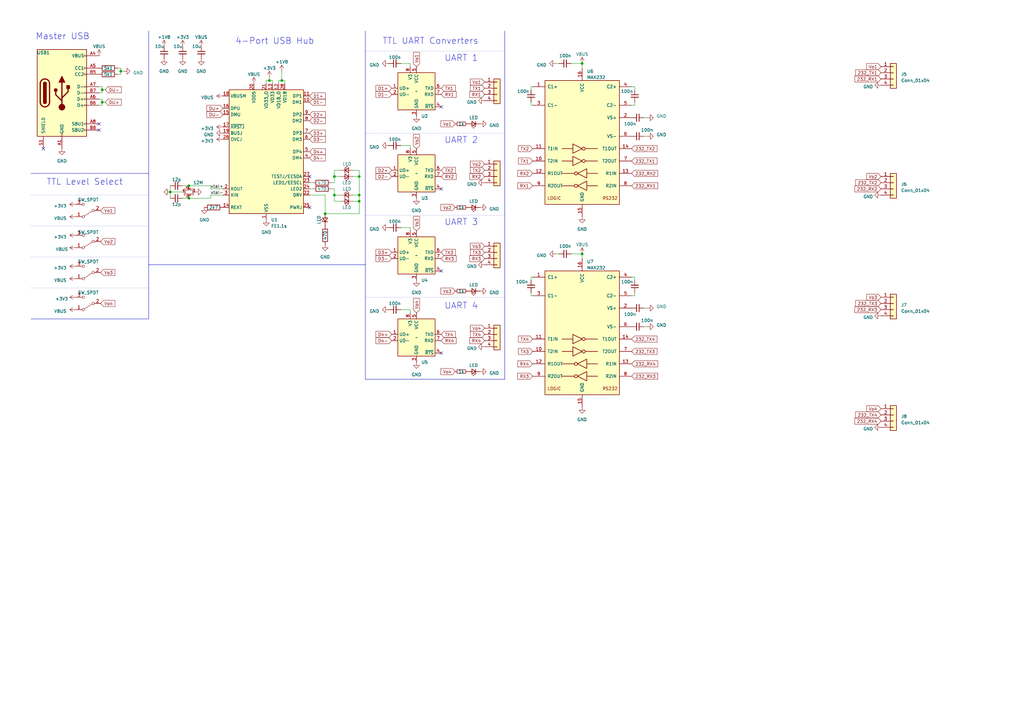
<source format=kicad_sch>
(kicad_sch (version 20230121) (generator eeschema)
  (paper "A3")
  (lib_symbols
    (symbol "Connector:USB_C_Receptacle_USB2.0" (pin_names (offset 1.016))
      (property "Reference" "J" (at -10.16 19.05 0))
      (property "Value" "USB_C_Receptacle_USB2.0" (at 19.05 19.05 0))
      (symbol "USB_C_Receptacle_USB2.0_1_1"
        (pin passive line (at 0 -22.86 90) (length 5.08) (name "GND") (number "A1"))
        (pin passive line (at 0 -22.86 90) (length 5.08) hide (name "GND") (number "A12"))
        (pin passive line (at 15.24 15.24 180) (length 5.08) (name "VBUS") (number "A4"))
        (pin bidirectional line (at 15.24 10.16 180) (length 5.08) (name "CC1") (number "A5"))
        (pin bidirectional line (at 15.24 -2.54 180) (length 5.08) (name "D+") (number "A6"))
        (pin bidirectional line (at 15.24 2.54 180) (length 5.08) (name "D-") (number "A7"))
        (pin bidirectional line (at 15.24 -12.7 180) (length 5.08) (name "SBU1") (number "A8"))
        (pin passive line (at 15.24 15.24 180) (length 5.08) hide (name "VBUS") (number "A9"))
        (pin passive line (at 0 -22.86 90) (length 5.08) hide (name "GND") (number "B1"))
        (pin passive line (at 0 -22.86 90) (length 5.08) hide (name "GND") (number "B12"))
        (pin passive line (at 15.24 15.24 180) (length 5.08) hide (name "VBUS") (number "B4"))
        (pin bidirectional line (at 15.24 7.62 180) (length 5.08) (name "CC2") (number "B5"))
        (pin bidirectional line (at 15.24 -5.08 180) (length 5.08) (name "D+") (number "B6"))
        (pin bidirectional line (at 15.24 0 180) (length 5.08) (name "D-") (number "B7"))
        (pin bidirectional line (at 15.24 -15.24 180) (length 5.08) (name "SBU2") (number "B8"))
        (pin passive line (at 15.24 15.24 180) (length 5.08) hide (name "VBUS") (number "B9"))
        (pin passive line (at -7.62 -22.86 90) (length 5.08) (name "SHIELD") (number "S1"))
      )
    )
    (symbol "Connector_Generic:Conn_01x04" (pin_names (offset 1.016) hide)
      (property "Reference" "J" (at 0 5.08 0))
      (property "Value" "Conn_01x04" (at 0 -7.62 0))
      (symbol "Conn_01x04_1_1"
        (pin passive line (at -5.08 2.54 0) (length 3.81) (name "Pin_1") (number "1"))
        (pin passive line (at -5.08 0 0) (length 3.81) (name "Pin_2") (number "2"))
        (pin passive line (at -5.08 -2.54 0) (length 3.81) (name "Pin_3") (number "3"))
        (pin passive line (at -5.08 -5.08 0) (length 3.81) (name "Pin_4") (number "4"))
      )
    )
    (symbol "Device:C_Small" (pin_numbers hide) (pin_names (offset 0.254) hide)
      (property "Reference" "C" (at 0.254 1.778 0))
      (property "Value" "C_Small" (at 0.254 -2.032 0))
      (symbol "C_Small_1_1"
        (pin passive line (at 0 2.54 270) (length 2.032) (name "~") (number "1"))
        (pin passive line (at 0 -2.54 90) (length 2.032) (name "~") (number "2"))
      )
    )
    (symbol "Device:Crystal_GND24_Small" (pin_names (offset 1.016) hide)
      (property "Reference" "Y" (at 1.27 4.445 0))
      (property "Value" "Crystal_GND24_Small" (at 1.27 2.54 0))
      (symbol "Crystal_GND24_Small_1_1"
        (pin passive line (at -2.54 0 0) (length 1.27) (name "1") (number "1"))
        (pin passive line (at 0 -2.54 90) (length 0.635) (name "2") (number "2"))
        (pin passive line (at 2.54 0 180) (length 1.27) (name "3") (number "3"))
        (pin passive line (at 0 2.54 270) (length 0.635) (name "4") (number "4"))
      )
    )
    (symbol "Device:LED_Small" (pin_numbers hide) (pin_names (offset 0.254) hide)
      (property "Reference" "D" (at -1.27 3.175 0))
      (property "Value" "LED_Small" (at -4.445 -2.54 0))
      (symbol "LED_Small_1_1"
        (pin passive line (at -2.54 0 0) (length 1.778) (name "K") (number "1"))
        (pin passive line (at 2.54 0 180) (length 1.778) (name "A") (number "2"))
      )
    )
    (symbol "Device:R" (pin_numbers hide) (pin_names (offset 0))
      (property "Reference" "R" (at 2.032 0 90))
      (property "Value" "R" (at 0 0 90))
      (symbol "R_1_1"
        (pin passive line (at 0 3.81 270) (length 1.27) (name "~") (number "1"))
        (pin passive line (at 0 -3.81 90) (length 1.27) (name "~") (number "2"))
      )
    )
    (symbol "Device:R_Small" (pin_numbers hide) (pin_names (offset 0.254) hide)
      (property "Reference" "R" (at 0.762 0.508 0))
      (property "Value" "R_Small" (at 0.762 -1.016 0))
      (symbol "R_Small_1_1"
        (pin passive line (at 0 2.54 270) (length 0.762) (name "~") (number "1"))
        (pin passive line (at 0 -2.54 90) (length 0.762) (name "~") (number "2"))
      )
    )
    (symbol "Interface_UART:MAX232" (pin_names (offset 1.016))
      (property "Reference" "U" (at -2.54 28.575 0))
      (property "Value" "MAX232" (at -2.54 26.67 0))
      (symbol "MAX232_0_0"
        (text "LOGIC" (at -11.43 -22.86 0) (effects (font (size 1.27 1.27))))
        (text "RS232" (at 11.43 -22.86 0) (effects (font (size 1.27 1.27))))
      )
      (symbol "MAX232_1_1"
        (pin passive line (at -20.32 22.86 0) (length 5.08) (name "C1+") (number "1"))
        (pin input line (at -20.32 -7.62 0) (length 5.08) (name "T2IN") (number "10"))
        (pin input line (at -20.32 -2.54 0) (length 5.08) (name "T1IN") (number "11"))
        (pin output line (at -20.32 -12.7 0) (length 5.08) (name "R1OUT") (number "12"))
        (pin input line (at 20.32 -12.7 180) (length 5.08) (name "R1IN") (number "13"))
        (pin output line (at 20.32 -2.54 180) (length 5.08) (name "T1OUT") (number "14"))
        (pin power_in line (at 0 -30.48 90) (length 5.08) (name "GND") (number "15"))
        (pin power_in line (at 0 30.48 270) (length 5.08) (name "VCC") (number "16"))
        (pin power_out line (at 20.32 10.16 180) (length 5.08) (name "VS+") (number "2"))
        (pin passive line (at -20.32 15.24 0) (length 5.08) (name "C1-") (number "3"))
        (pin passive line (at 20.32 22.86 180) (length 5.08) (name "C2+") (number "4"))
        (pin passive line (at 20.32 15.24 180) (length 5.08) (name "C2-") (number "5"))
        (pin power_out line (at 20.32 2.54 180) (length 5.08) (name "VS-") (number "6"))
        (pin output line (at 20.32 -7.62 180) (length 5.08) (name "T2OUT") (number "7"))
        (pin input line (at 20.32 -17.78 180) (length 5.08) (name "R2IN") (number "8"))
        (pin output line (at -20.32 -17.78 0) (length 5.08) (name "R2OUT") (number "9"))
      )
    )
    (symbol "Interface_USB:FE1.1s"
      (property "Reference" "U" (at -11.43 26.67 0))
      (property "Value" "FE1.1s" (at 12.7 27.94 0))
      (symbol "FE1.1s_1_1"
        (pin power_in line (at 0 -27.94 90) (length 2.54) (name "VSS") (number "1"))
        (pin bidirectional line (at 17.78 20.32 180) (length 2.54) (name "DM1") (number "10"))
        (pin bidirectional line (at 17.78 22.86 180) (length 2.54) (name "DP1") (number "11"))
        (pin power_out line (at 5.08 27.94 270) (length 2.54) (name "VD18_O") (number "12"))
        (pin power_in line (at 2.54 27.94 270) (length 2.54) (name "VD33") (number "13"))
        (pin passive line (at -17.78 -22.86 0) (length 2.54) (name "REXT") (number "14"))
        (pin bidirectional line (at -17.78 15.24 0) (length 2.54) (name "DMU") (number "15"))
        (pin bidirectional line (at -17.78 17.78 0) (length 2.54) (name "DPU") (number "16"))
        (pin input line (at -17.78 10.16 0) (length 2.54) (name "~{XRSTJ}") (number "17"))
        (pin input line (at -17.78 22.86 0) (length 2.54) (name "VBUSM") (number "18"))
        (pin input line (at -17.78 7.62 0) (length 2.54) (name "BUSJ") (number "19"))
        (pin output line (at -17.78 -15.24 0) (length 2.54) (name "XOUT") (number "2"))
        (pin power_in line (at -5.08 27.94 270) (length 2.54) (name "VDD5") (number "20"))
        (pin power_out line (at 0 27.94 270) (length 2.54) (name "VD33_O") (number "21"))
        (pin bidirectional line (at 17.78 -17.78 180) (length 2.54) (name "DRV") (number "22"))
        (pin bidirectional line (at 17.78 -12.7 180) (length 2.54) (name "LED1/EESCL") (number "23"))
        (pin bidirectional line (at 17.78 -15.24 180) (length 2.54) (name "LED2") (number "24"))
        (pin output line (at 17.78 -22.86 180) (length 2.54) (name "PWRJ") (number "25"))
        (pin input line (at -17.78 5.08 0) (length 2.54) (name "OVCJ") (number "26"))
        (pin bidirectional line (at 17.78 -10.16 180) (length 2.54) (name "TESTJ/EESDA") (number "27"))
        (pin power_in line (at 7.62 27.94 270) (length 2.54) (name "VD18") (number "28"))
        (pin input line (at -17.78 -17.78 0) (length 2.54) (name "XIN") (number "3"))
        (pin bidirectional line (at 17.78 -2.54 180) (length 2.54) (name "DM4") (number "4"))
        (pin bidirectional line (at 17.78 0 180) (length 2.54) (name "DP4") (number "5"))
        (pin bidirectional line (at 17.78 5.08 180) (length 2.54) (name "DM3") (number "6"))
        (pin bidirectional line (at 17.78 7.62 180) (length 2.54) (name "DP3") (number "7"))
        (pin bidirectional line (at 17.78 12.7 180) (length 2.54) (name "DM2") (number "8"))
        (pin bidirectional line (at 17.78 15.24 180) (length 2.54) (name "DP2") (number "9"))
      )
    )
    (symbol "Serial_Devices:CH340N"
      (property "Reference" "U" (at 0 0 0))
      (symbol "CH340N_1_1"
        (pin bidirectional line (at -10.16 1.27 0) (length 2.54) (name "UD+") (number "1"))
        (pin bidirectional line (at -10.16 -1.27 0) (length 2.54) (name "UD-") (number "2"))
        (pin power_in line (at 0 -10.16 90) (length 2.54) (name "GND") (number "3"))
        (pin output line (at 10.16 -6.35 180) (length 2.54) (name "~{RTS}") (number "4"))
        (pin power_in line (at 0 10.16 270) (length 2.54) (name "VCC") (number "5"))
        (pin output line (at 10.16 1.27 180) (length 2.54) (name "TXD") (number "6"))
        (pin input line (at 10.16 -1.27 180) (length 2.54) (name "RXD") (number "7"))
        (pin passive line (at -2.54 10.16 270) (length 2.54) (name "V3") (number "8"))
      )
    )
    (symbol "Switch:SW_SPDT" (pin_names (offset 0) hide)
      (property "Reference" "SW" (at 0 4.318 0))
      (property "Value" "SW_SPDT" (at 0 -5.08 0))
      (symbol "SW_SPDT_1_1"
        (pin passive line (at 5.08 2.54 180) (length 2.54) (name "A") (number "1"))
        (pin passive line (at -5.08 0 0) (length 2.54) (name "B") (number "2"))
        (pin passive line (at 5.08 -2.54 180) (length 2.54) (name "C") (number "3"))
      )
    )
    (symbol "power:+1V8" (power) (pin_names (offset 0))
      (property "Value" "+1V8" (at 0 3.556 0))
      (symbol "+1V8_1_1"
        (pin power_in line (at 0 0 90) (length 0) hide (name "+1V8") (number "1"))
      )
    )
    (symbol "power:+3V3" (power) (pin_names (offset 0))
      (property "Value" "+3V3" (at 0 3.556 0))
      (symbol "+3V3_1_1"
        (pin power_in line (at 0 0 90) (length 0) hide (name "+3V3") (number "1"))
      )
    )
    (symbol "power:GND" (power) (pin_names (offset 0))
      (property "Value" "GND" (at 0 -3.81 0))
      (symbol "GND_1_1"
        (pin power_in line (at 0 0 270) (length 0) hide (name "GND") (number "1"))
      )
    )
    (symbol "power:VBUS" (power) (pin_names (offset 0))
      (property "Value" "VBUS" (at 0 3.81 0))
      (symbol "VBUS_1_1"
        (pin power_in line (at 0 0 90) (length 0) hide (name "VBUS") (number "1"))
      )
    )
  )
  (junction (at 77.47 81.28))
  (junction (at 69.85 78.74))
  (junction (at 147.32 80.01))
  (junction (at 77.47 76.2))
  (junction (at 110.49 33.02))
  (junction (at 238.76 26.035))
  (junction (at 137.16 72.39))
  (junction (at 147.32 72.39))
  (junction (at 147.32 82.55))
  (junction (at 41.91 36.83))
  (junction (at 115.57 33.02))
  (junction (at 41.91 41.91))
  (junction (at 137.16 80.01))
  (junction (at 238.76 104.14))
  (junction (at 133.35 87.63))
  (junction (at 49.53 29.21))
  (no_connect (at 127 85.09))
  (no_connect (at 40.64 50.8))
  (no_connect (at 180.975 144.78))
  (no_connect (at 127 72.39))
  (no_connect (at 180.975 77.47))
  (no_connect (at 180.975 111.125))
  (no_connect (at 40.64 53.34))
  (no_connect (at 17.78 60.96))
  (no_connect (at 180.975 43.815))
  (wire (pts (xy 77.47 81.28) (xy 86.36 81.28)))
  (wire (pts (xy 127 74.93) (xy 128.27 74.93)))
  (wire (pts (xy 265.43 48.26) (xy 264.16 48.26)))
  (wire (pts (xy 144.78 69.85) (xy 147.32 69.85)))
  (wire (pts (xy 135.89 74.93) (xy 137.16 74.93)))
  (polyline (pts (xy 12.7 92.71) (xy 60.96 92.71)) (stroke (width 0) (type dot)))
  (wire (pts (xy 260.35 41.91) (xy 260.35 43.18)))
  (wire (pts (xy 41.91 41.91) (xy 41.91 43.18)))
  (wire (pts (xy 168.275 128.27) (xy 168.275 127)))
  (wire (pts (xy 168.275 59.69) (xy 164.465 59.69)))
  (polyline (pts (xy 149.86 88.265) (xy 207.01 88.265)) (stroke (width 0) (type dot)))
  (wire (pts (xy 137.16 72.39) (xy 139.7 72.39)))
  (wire (pts (xy 91.44 77.47) (xy 86.36 77.47)))
  (wire (pts (xy 40.64 35.56) (xy 41.91 35.56)))
  (wire (pts (xy 41.91 36.83) (xy 43.18 36.83)))
  (wire (pts (xy 137.16 80.01) (xy 137.16 82.55)))
  (wire (pts (xy 48.26 30.48) (xy 49.53 30.48)))
  (wire (pts (xy 137.16 69.85) (xy 139.7 69.85)))
  (wire (pts (xy 41.91 38.1) (xy 40.64 38.1)))
  (wire (pts (xy 265.43 126.365) (xy 264.16 126.365)))
  (polyline (pts (xy 149.86 121.92) (xy 207.01 121.92)) (stroke (width 0) (type dot)))
  (wire (pts (xy 41.91 40.64) (xy 41.91 41.91)))
  (wire (pts (xy 110.49 33.02) (xy 111.76 33.02)))
  (wire (pts (xy 86.36 77.47) (xy 86.36 76.2)))
  (wire (pts (xy 40.64 40.64) (xy 41.91 40.64)))
  (wire (pts (xy 135.89 77.47) (xy 137.16 77.47)))
  (wire (pts (xy 144.78 82.55) (xy 147.32 82.55)))
  (wire (pts (xy 115.57 33.02) (xy 116.84 33.02)))
  (wire (pts (xy 127 77.47) (xy 128.27 77.47)))
  (wire (pts (xy 114.3 33.02) (xy 115.57 33.02)))
  (polyline (pts (xy 12.7 71.12) (xy 60.96 71.12)))
  (polyline (pts (xy 60.96 108.585) (xy 149.86 108.585)))
  (wire (pts (xy 147.32 80.01) (xy 147.32 82.55)))
  (wire (pts (xy 265.43 55.88) (xy 264.16 55.88)))
  (wire (pts (xy 168.275 60.96) (xy 168.275 59.69)))
  (polyline (pts (xy 207.01 12.7) (xy 207.01 155.575)))
  (wire (pts (xy 137.16 72.39) (xy 137.16 69.85)))
  (wire (pts (xy 168.275 27.305) (xy 168.275 26.035)))
  (wire (pts (xy 86.36 76.2) (xy 77.47 76.2)))
  (wire (pts (xy 238.76 106.045) (xy 238.76 104.14)))
  (polyline (pts (xy 149.86 20.955) (xy 207.01 20.955)) (stroke (width 0) (type dot)))
  (wire (pts (xy 238.76 26.035) (xy 234.315 26.035)))
  (wire (pts (xy 110.49 31.75) (xy 110.49 33.02)))
  (wire (pts (xy 137.16 77.47) (xy 137.16 80.01)))
  (wire (pts (xy 238.76 104.14) (xy 234.315 104.14)))
  (wire (pts (xy 133.35 80.01) (xy 127 80.01)))
  (polyline (pts (xy 12.7 80.01) (xy 60.96 80.01)) (stroke (width 0) (type dot)))
  (wire (pts (xy 41.91 43.18) (xy 40.64 43.18)))
  (wire (pts (xy 86.36 81.28) (xy 86.36 80.01)))
  (wire (pts (xy 227.965 104.14) (xy 229.235 104.14)))
  (wire (pts (xy 69.85 78.74) (xy 69.85 81.28)))
  (wire (pts (xy 217.805 41.91) (xy 217.805 43.18)))
  (wire (pts (xy 69.85 76.2) (xy 69.85 78.74)))
  (wire (pts (xy 69.85 78.74) (xy 74.93 78.74)))
  (wire (pts (xy 49.53 27.94) (xy 49.53 29.21)))
  (wire (pts (xy 144.78 72.39) (xy 147.32 72.39)))
  (wire (pts (xy 168.275 26.035) (xy 164.465 26.035)))
  (wire (pts (xy 218.44 113.665) (xy 217.805 113.665)))
  (wire (pts (xy 227.965 26.035) (xy 229.235 26.035)))
  (wire (pts (xy 41.91 35.56) (xy 41.91 36.83)))
  (wire (pts (xy 109.22 33.02) (xy 110.49 33.02)))
  (wire (pts (xy 260.35 43.18) (xy 259.08 43.18)))
  (polyline (pts (xy 149.86 155.575) (xy 207.01 155.575)))
  (wire (pts (xy 217.805 35.56) (xy 218.44 35.56)))
  (wire (pts (xy 260.35 121.285) (xy 259.08 121.285)))
  (wire (pts (xy 218.44 121.285) (xy 217.805 121.285)))
  (wire (pts (xy 217.805 43.18) (xy 218.44 43.18)))
  (wire (pts (xy 115.57 29.21) (xy 115.57 33.02)))
  (polyline (pts (xy 60.96 71.12) (xy 60.96 108.585)))
  (wire (pts (xy 260.35 35.56) (xy 260.35 36.83)))
  (wire (pts (xy 260.35 120.015) (xy 260.35 121.285)))
  (polyline (pts (xy 149.86 54.61) (xy 207.01 54.61)) (stroke (width 0) (type dot)))
  (wire (pts (xy 49.53 30.48) (xy 49.53 29.21)))
  (wire (pts (xy 109.22 34.29) (xy 109.22 33.02)))
  (wire (pts (xy 238.76 27.94) (xy 238.76 26.035)))
  (polyline (pts (xy 60.96 108.585) (xy 60.96 130.81)))
  (wire (pts (xy 137.16 74.93) (xy 137.16 72.39)))
  (polyline (pts (xy 60.96 12.7) (xy 60.96 71.12)))
  (wire (pts (xy 133.35 87.63) (xy 133.35 80.01)))
  (wire (pts (xy 168.275 127) (xy 164.465 127)))
  (wire (pts (xy 260.35 113.665) (xy 260.35 114.935)))
  (polyline (pts (xy 12.7 105.41) (xy 60.96 105.41)) (stroke (width 0) (type dot)))
  (wire (pts (xy 147.32 72.39) (xy 147.32 80.01)))
  (polyline (pts (xy 149.86 108.585) (xy 149.86 155.575)))
  (wire (pts (xy 217.805 36.83) (xy 217.805 35.56)))
  (wire (pts (xy 114.3 34.29) (xy 114.3 33.02)))
  (wire (pts (xy 41.91 36.83) (xy 41.91 38.1)))
  (wire (pts (xy 74.93 76.2) (xy 77.47 76.2)))
  (wire (pts (xy 147.32 69.85) (xy 147.32 72.39)))
  (polyline (pts (xy 12.7 130.81) (xy 60.96 130.81)))
  (wire (pts (xy 137.16 80.01) (xy 139.7 80.01)))
  (wire (pts (xy 147.32 82.55) (xy 147.32 87.63)))
  (wire (pts (xy 144.78 80.01) (xy 147.32 80.01)))
  (wire (pts (xy 74.93 81.28) (xy 77.47 81.28)))
  (wire (pts (xy 86.36 80.01) (xy 91.44 80.01)))
  (wire (pts (xy 168.275 93.345) (xy 164.465 93.345)))
  (wire (pts (xy 217.805 121.285) (xy 217.805 120.015)))
  (polyline (pts (xy 149.86 12.7) (xy 149.86 108.585)))
  (wire (pts (xy 137.16 82.55) (xy 139.7 82.55)))
  (wire (pts (xy 217.805 113.665) (xy 217.805 114.935)))
  (wire (pts (xy 259.08 35.56) (xy 260.35 35.56)))
  (wire (pts (xy 49.53 29.21) (xy 50.8 29.21)))
  (wire (pts (xy 116.84 33.02) (xy 116.84 34.29)))
  (wire (pts (xy 48.26 27.94) (xy 49.53 27.94)))
  (wire (pts (xy 259.08 113.665) (xy 260.35 113.665)))
  (polyline (pts (xy 12.7 118.11) (xy 60.96 118.11)) (stroke (width 0) (type dot)))
  (wire (pts (xy 41.91 41.91) (xy 43.18 41.91)))
  (wire (pts (xy 168.275 94.615) (xy 168.275 93.345)))
  (wire (pts (xy 147.32 87.63) (xy 133.35 87.63)))
  (wire (pts (xy 111.76 33.02) (xy 111.76 34.29)))
  (wire (pts (xy 265.43 133.985) (xy 264.16 133.985)))
  (text "UART 4" (at 182.245 127 0) (effects (font (size 2.54 2.54)) (justify left bottom)))
  (text "TTL UART Converters" (at 156.845 18.415 0) (effects (font (size 2.54 2.54)) (justify left bottom)))
  (text "UART 1" (at 182.245 25.4 0) (effects (font (size 2.54 2.54)) (justify left bottom)))
  (text "4-Port USB Hub" (at 96.52 18.415 0) (effects (font (size 2.54 2.54)) (justify left bottom)))
  (text "Master USB" (at 14.605 16.51 0) (effects (font (size 2.54 2.54)) (justify left bottom)))
  (text "UART 3" (at 182.245 92.71 0) (effects (font (size 2.54 2.54)) (justify left bottom)))
  (text "UART 2" (at 182.245 59.055 0) (effects (font (size 2.54 2.54)) (justify left bottom)))
  (text "TTL Level Select" (at 19.05 76.2 0) (effects (font (size 2.54 2.54)) (justify left bottom)))
  (label "xtal+" (at 86.36 77.47 0))
  (label "xtal-" (at 86.36 80.01 0))
  (global_label "TX1" (shape input) (at 218.44 66.04 180) (property "Intersheetrefs" "${INTERSHEET_REFS}" (effects hide)))
  (global_label "Vo4" (shape input) (at 361.315 167.64 180) (property "Intersheetrefs" "${INTERSHEET_REFS}" (effects hide)))
  (global_label "D2-" (shape input) (at 160.655 72.39 180) (property "Intersheetrefs" "${INTERSHEET_REFS}" (effects hide)))
  (global_label "Vo2" (shape input) (at 41.275 99.06 0) (property "Intersheetrefs" "${INTERSHEET_REFS}" (effects hide)))
  (global_label "D3-" (shape input) (at 127 57.15 0) (property "Intersheetrefs" "${INTERSHEET_REFS}" (effects hide)))
  (global_label "D1+" (shape input) (at 127 39.37 0) (property "Intersheetrefs" "${INTERSHEET_REFS}" (effects hide)))
  (global_label "Vo3" (shape input) (at 41.275 111.76 0) (property "Intersheetrefs" "${INTERSHEET_REFS}" (effects hide)))
  (global_label "Vo1" (shape input) (at 361.315 27.305 180) (property "Intersheetrefs" "${INTERSHEET_REFS}" (effects hide)))
  (global_label "232_RX1" (shape input) (at 259.08 76.2 0) (property "Intersheetrefs" "${INTERSHEET_REFS}" (effects hide)))
  (global_label "RX3" (shape input) (at 218.44 154.305 180) (property "Intersheetrefs" "${INTERSHEET_REFS}" (effects hide)))
  (global_label "RX4" (shape input) (at 198.755 139.7 180) (property "Intersheetrefs" "${INTERSHEET_REFS}" (effects hide)))
  (global_label "232_TX3" (shape input) (at 361.315 124.46 180) (property "Intersheetrefs" "${INTERSHEET_REFS}" (effects hide)))
  (global_label "D3-" (shape input) (at 160.655 106.045 180) (property "Intersheetrefs" "${INTERSHEET_REFS}" (effects hide)))
  (global_label "TX2" (shape input) (at 218.44 60.96 180) (property "Intersheetrefs" "${INTERSHEET_REFS}" (effects hide)))
  (global_label "RX1" (shape input) (at 218.44 76.2 180) (property "Intersheetrefs" "${INTERSHEET_REFS}" (effects hide)))
  (global_label "TX4" (shape input) (at 218.44 139.065 180) (property "Intersheetrefs" "${INTERSHEET_REFS}" (effects hide)))
  (global_label "RX2" (shape input) (at 198.755 72.39 180) (property "Intersheetrefs" "${INTERSHEET_REFS}" (effects hide)))
  (global_label "Vo4" (shape input) (at 170.815 128.27 90) (property "Intersheetrefs" "${INTERSHEET_REFS}" (effects hide)))
  (global_label "D1-" (shape input) (at 127 41.91 0) (property "Intersheetrefs" "${INTERSHEET_REFS}" (effects hide)))
  (global_label "D4-" (shape input) (at 160.655 139.7 180) (property "Intersheetrefs" "${INTERSHEET_REFS}" (effects hide)))
  (global_label "RX3" (shape input) (at 180.975 106.045 0) (property "Intersheetrefs" "${INTERSHEET_REFS}" (effects hide)))
  (global_label "Vo3" (shape input) (at 186.69 119.38 180) (property "Intersheetrefs" "${INTERSHEET_REFS}" (effects hide)))
  (global_label "DU+" (shape input) (at 43.18 41.91 0) (property "Intersheetrefs" "${INTERSHEET_REFS}" (effects hide)))
  (global_label "232_RX4" (shape input) (at 361.315 172.72 180) (property "Intersheetrefs" "${INTERSHEET_REFS}" (effects hide)))
  (global_label "D4+" (shape input) (at 160.655 137.16 180) (property "Intersheetrefs" "${INTERSHEET_REFS}" (effects hide)))
  (global_label "Vo2" (shape input) (at 198.755 67.31 180) (property "Intersheetrefs" "${INTERSHEET_REFS}" (effects hide)))
  (global_label "TX2" (shape input) (at 180.975 69.85 0) (property "Intersheetrefs" "${INTERSHEET_REFS}" (effects hide)))
  (global_label "TX2" (shape input) (at 198.755 69.85 180) (property "Intersheetrefs" "${INTERSHEET_REFS}" (effects hide)))
  (global_label "TX4" (shape input) (at 180.975 137.16 0) (property "Intersheetrefs" "${INTERSHEET_REFS}" (effects hide)))
  (global_label "232_RX2" (shape input) (at 361.315 77.47 180) (property "Intersheetrefs" "${INTERSHEET_REFS}" (effects hide)))
  (global_label "D3+" (shape input) (at 160.655 103.505 180) (property "Intersheetrefs" "${INTERSHEET_REFS}" (effects hide)))
  (global_label "D2+" (shape input) (at 160.655 69.85 180) (property "Intersheetrefs" "${INTERSHEET_REFS}" (effects hide)))
  (global_label "RX4" (shape input) (at 218.44 149.225 180) (property "Intersheetrefs" "${INTERSHEET_REFS}" (effects hide)))
  (global_label "DU-" (shape input) (at 43.18 36.83 0) (property "Intersheetrefs" "${INTERSHEET_REFS}" (effects hide)))
  (global_label "Vo3" (shape input) (at 170.815 94.615 90) (property "Intersheetrefs" "${INTERSHEET_REFS}" (effects hide)))
  (global_label "D4-" (shape input) (at 127 64.77 0) (property "Intersheetrefs" "${INTERSHEET_REFS}" (effects hide)))
  (global_label "D2-" (shape input) (at 127 49.53 0) (property "Intersheetrefs" "${INTERSHEET_REFS}" (effects hide)))
  (global_label "RX2" (shape input) (at 218.44 71.12 180) (property "Intersheetrefs" "${INTERSHEET_REFS}" (effects hide)))
  (global_label "232_TX4" (shape input) (at 361.315 170.18 180) (property "Intersheetrefs" "${INTERSHEET_REFS}" (effects hide)))
  (global_label "RX1" (shape input) (at 198.755 38.735 180) (property "Intersheetrefs" "${INTERSHEET_REFS}" (effects hide)))
  (global_label "D1-" (shape input) (at 160.655 38.735 180) (property "Intersheetrefs" "${INTERSHEET_REFS}" (effects hide)))
  (global_label "DU+" (shape input) (at 91.44 44.45 180) (property "Intersheetrefs" "${INTERSHEET_REFS}" (effects hide)))
  (global_label "Vo4" (shape input) (at 198.755 134.62 180) (property "Intersheetrefs" "${INTERSHEET_REFS}" (effects hide)))
  (global_label "RX4" (shape input) (at 180.975 139.7 0) (property "Intersheetrefs" "${INTERSHEET_REFS}" (effects hide)))
  (global_label "Vo3" (shape input) (at 198.755 100.965 180) (property "Intersheetrefs" "${INTERSHEET_REFS}" (effects hide)))
  (global_label "D2+" (shape input) (at 127 46.99 0) (property "Intersheetrefs" "${INTERSHEET_REFS}" (effects hide)))
  (global_label "TX1" (shape input) (at 180.975 36.195 0) (property "Intersheetrefs" "${INTERSHEET_REFS}" (effects hide)))
  (global_label "232_RX4" (shape input) (at 259.08 149.225 0) (property "Intersheetrefs" "${INTERSHEET_REFS}" (effects hide)))
  (global_label "RX1" (shape input) (at 180.975 38.735 0) (property "Intersheetrefs" "${INTERSHEET_REFS}" (effects hide)))
  (global_label "232_TX4" (shape input) (at 259.08 139.065 0) (property "Intersheetrefs" "${INTERSHEET_REFS}" (effects hide)))
  (global_label "Vo1" (shape input) (at 170.815 27.305 90) (property "Intersheetrefs" "${INTERSHEET_REFS}" (effects hide)))
  (global_label "RX3" (shape input) (at 198.755 106.045 180) (property "Intersheetrefs" "${INTERSHEET_REFS}" (effects hide)))
  (global_label "TX3" (shape input) (at 198.755 103.505 180) (property "Intersheetrefs" "${INTERSHEET_REFS}" (effects hide)))
  (global_label "Vo4" (shape input) (at 41.275 124.46 0) (property "Intersheetrefs" "${INTERSHEET_REFS}" (effects hide)))
  (global_label "Vo1" (shape input) (at 198.755 33.655 180) (property "Intersheetrefs" "${INTERSHEET_REFS}" (effects hide)))
  (global_label "Vo1" (shape input) (at 41.275 86.36 0) (property "Intersheetrefs" "${INTERSHEET_REFS}" (effects hide)))
  (global_label "Vo4" (shape input) (at 186.69 152.4 180) (property "Intersheetrefs" "${INTERSHEET_REFS}" (effects hide)))
  (global_label "232_RX3" (shape input) (at 361.315 127 180) (property "Intersheetrefs" "${INTERSHEET_REFS}" (effects hide)))
  (global_label "Vo2" (shape input) (at 186.69 85.09 180) (property "Intersheetrefs" "${INTERSHEET_REFS}" (effects hide)))
  (global_label "TX1" (shape input) (at 198.755 36.195 180) (property "Intersheetrefs" "${INTERSHEET_REFS}" (effects hide)))
  (global_label "TX3" (shape input) (at 180.975 103.505 0) (property "Intersheetrefs" "${INTERSHEET_REFS}" (effects hide)))
  (global_label "Vo2" (shape input) (at 170.815 60.96 90) (property "Intersheetrefs" "${INTERSHEET_REFS}" (effects hide)))
  (global_label "232_RX1" (shape input) (at 361.315 32.385 180) (property "Intersheetrefs" "${INTERSHEET_REFS}" (effects hide)))
  (global_label "Vo3" (shape input) (at 361.315 121.92 180) (property "Intersheetrefs" "${INTERSHEET_REFS}" (effects hide)))
  (global_label "232_TX2" (shape input) (at 361.315 74.93 180) (property "Intersheetrefs" "${INTERSHEET_REFS}" (effects hide)))
  (global_label "Vo2" (shape input) (at 361.315 72.39 180) (property "Intersheetrefs" "${INTERSHEET_REFS}" (effects hide)))
  (global_label "RX2" (shape input) (at 180.975 72.39 0) (property "Intersheetrefs" "${INTERSHEET_REFS}" (effects hide)))
  (global_label "D3+" (shape input) (at 127 54.61 0) (property "Intersheetrefs" "${INTERSHEET_REFS}" (effects hide)))
  (global_label "232_TX1" (shape input) (at 361.315 29.845 180) (property "Intersheetrefs" "${INTERSHEET_REFS}" (effects hide)))
  (global_label "D1+" (shape input) (at 160.655 36.195 180) (property "Intersheetrefs" "${INTERSHEET_REFS}" (effects hide)))
  (global_label "232_TX1" (shape input) (at 259.08 66.04 0) (property "Intersheetrefs" "${INTERSHEET_REFS}" (effects hide)))
  (global_label "232_RX3" (shape input) (at 259.08 154.305 0) (property "Intersheetrefs" "${INTERSHEET_REFS}" (effects hide)))
  (global_label "232_TX3" (shape input) (at 259.08 144.145 0) (property "Intersheetrefs" "${INTERSHEET_REFS}" (effects hide)))
  (global_label "232_TX2" (shape input) (at 259.08 60.96 0) (property "Intersheetrefs" "${INTERSHEET_REFS}" (effects hide)))
  (global_label "D4+" (shape input) (at 127 62.23 0) (property "Intersheetrefs" "${INTERSHEET_REFS}" (effects hide)))
  (global_label "DU-" (shape input) (at 91.44 46.99 180) (property "Intersheetrefs" "${INTERSHEET_REFS}" (effects hide)))
  (global_label "Vo1" (shape input) (at 186.69 50.8 180) (property "Intersheetrefs" "${INTERSHEET_REFS}" (effects hide)))
  (global_label "232_RX2" (shape input) (at 259.08 71.12 0) (property "Intersheetrefs" "${INTERSHEET_REFS}" (effects hide)))
  (global_label "TX4" (shape input) (at 198.755 137.16 180) (property "Intersheetrefs" "${INTERSHEET_REFS}" (effects hide)))
  (global_label "TX3" (shape input) (at 218.44 144.145 180) (property "Intersheetrefs" "${INTERSHEET_REFS}" (effects hide)))
  (symbol (lib_id "Device:C_Small") (at 161.925 26.035 90) (unit 1)
    (property "Reference" "C6" (effects hide))
    (property "Value" "100n" (at 161.9313 23.495 90))
    (property "Footprint" "Capacitor_SMD:C_0402_1005Metric" (effects hide))
  )
  (symbol (lib_id "Device:R_Small") (at 189.23 119.38 90) (unit 1)
    (property "Reference" "R9" (effects hide))
    (property "Value" "1k" (at 189.23 119.38 90))
    (property "Footprint" "Resistor_SMD:R_0402_1005Metric" (effects hide))
  )
  (symbol (lib_id "power:+1V8") (at 115.57 29.21 0) (unit 1)
    (property "Reference" "#PWR014" (effects hide))
    (property "Value" "+1V8" (at 115.57 25.4 0))
  )
  (symbol (lib_id "power:GND") (at 265.43 55.88 90) (unit 1)
    (property "Reference" "#PWR051" (effects hide))
    (property "Value" "GND" (at 269.24 55.245 90) (effects (justify right)))
  )
  (symbol (lib_id "Connector_Generic:Conn_01x04") (at 366.395 29.845 0) (unit 1)
    (property "Reference" "J5" (at 369.57 30.48 0) (effects (justify left)))
    (property "Value" "Conn_01x04" (at 369.57 33.02 0) (effects (justify left)))
    (property "Footprint" "Connector_PinHeader_2.54mm:PinHeader_1x04_P2.54mm_Vertical" (effects hide))
  )
  (symbol (lib_id "power:GND") (at 170.815 47.625 0) (unit 1)
    (property "Reference" "#PWR027" (effects hide))
    (property "Value" "GND" (at 170.815 52.705 0))
  )
  (symbol (lib_id "power:GND") (at 159.385 59.69 270) (unit 1)
    (property "Reference" "#PWR029" (effects hide))
    (property "Value" "GND" (at 155.575 60.325 90) (effects (justify right)))
  )
  (symbol (lib_id "Connector_Generic:Conn_01x04") (at 203.835 103.505 0) (unit 1)
    (property "Reference" "J2" (effects hide))
    (property "Value" "Conn_01x04" (effects hide))
    (property "Footprint" "Connector_PinHeader_2.54mm:PinHeader_1x04_P2.54mm_Vertical" (effects hide))
  )
  (symbol (lib_id "power:+3V3") (at 91.44 57.15 90) (unit 1)
    (property "Reference" "#PWR012" (effects hide))
    (property "Value" "+3V3" (at 87.63 57.785 90) (effects (justify left)))
  )
  (symbol (lib_id "Switch:SW_SPDT") (at 36.195 124.46 180) (unit 1)
    (property "Reference" "SW4" (effects hide))
    (property "Value" "SW_SPDT" (at 36.195 120.015 0))
    (property "Footprint" "Button_Switch_SMD:SW_SPDT_PCM12" (effects hide))
  )
  (symbol (lib_id "Device:C_Small") (at 231.775 104.14 90) (unit 1)
    (property "Reference" "C13" (effects hide))
    (property "Value" "100n" (at 234.315 100.965 90) (effects (justify left)))
    (property "Footprint" "Capacitor_SMD:C_0402_1005Metric" (effects hide))
  )
  (symbol (lib_id "Device:C_Small") (at 82.55 21.59 0) (unit 1)
    (property "Reference" "C5" (effects hide))
    (property "Value" "10u" (at 78.74 19.05 0) (effects (justify left)))
    (property "Footprint" "Capacitor_SMD:C_0402_1005Metric" (effects hide))
  )
  (symbol (lib_id "power:GND") (at 69.85 78.74 270) (unit 1)
    (property "Reference" "#PWR05" (effects hide))
    (property "Value" "GND" (effects hide))
  )
  (symbol (lib_id "power:+3V3") (at 31.115 96.52 90) (unit 1)
    (property "Reference" "#PWR037" (effects hide))
    (property "Value" "+3V3" (at 27.305 97.155 90) (effects (justify left)))
  )
  (symbol (lib_id "Device:LED_Small") (at 133.35 90.17 90) (unit 1)
    (property "Reference" "D5" (effects hide))
    (property "Value" "LED" (at 130.81 90.17 0))
    (property "Footprint" "Diode_SMD:D_0402_1005Metric" (effects hide))
  )
  (symbol (lib_id "Interface_USB:FE1.1s") (at 109.22 62.23 0) (unit 1)
    (property "Reference" "U1" (at 111.1759 90.17 0) (effects (justify left)))
    (property "Value" "FE1.1s" (at 111.1759 92.71 0) (effects (justify left)))
    (property "Footprint" "Package_SO:SSOP-28_3.9x9.9mm_P0.635mm" (effects hide))
    (property "Datasheet" "https://cdn-shop.adafruit.com/product-files/2991/FE1.1s+Data+Sheet+(Rev.+1.0).pdf" (effects hide))
  )
  (symbol (lib_id "Switch:SW_SPDT") (at 36.195 99.06 180) (unit 1)
    (property "Reference" "SW2" (effects hide))
    (property "Value" "SW_SPDT" (at 36.195 95.25 0))
    (property "Footprint" "Button_Switch_SMD:SW_SPDT_PCM12" (effects hide))
  )
  (symbol (lib_id "Device:R") (at 87.63 85.09 90) (unit 1)
    (property "Reference" "R3" (effects hide))
    (property "Value" "2k7" (at 87.63 85.09 90))
    (property "Footprint" "Resistor_SMD:R_0402_1005Metric" (effects hide))
  )
  (symbol (lib_id "power:GND") (at 361.315 175.26 270) (unit 1)
    (property "Reference" "#PWR055" (effects hide))
    (property "Value" "GND" (at 358.14 175.895 90) (effects (justify right)))
  )
  (symbol (lib_id "power:GND") (at 227.965 104.14 270) (unit 1)
    (property "Reference" "#PWR046" (effects hide))
    (property "Value" "GND" (at 224.155 104.775 90) (effects (justify right)))
  )
  (symbol (lib_id "power:GND") (at 196.85 50.8 90) (unit 1)
    (property "Reference" "#PWR056" (effects hide))
    (property "Value" "GND" (at 200.66 51.435 90) (effects (justify right)))
  )
  (symbol (lib_id "power:GND") (at 133.35 100.33 0) (unit 1)
    (property "Reference" "#PWR021" (effects hide))
    (property "Value" "GND" (at 133.35 105.41 0))
  )
  (symbol (lib_id "power:+3V3") (at 31.115 121.92 90) (unit 1)
    (property "Reference" "#PWR039" (effects hide))
    (property "Value" "+3V3" (at 27.94 122.555 90) (effects (justify left)))
  )
  (symbol (lib_id "power:GND") (at 159.385 26.035 270) (unit 1)
    (property "Reference" "#PWR028" (effects hide))
    (property "Value" "GND" (at 155.575 26.67 90) (effects (justify right)))
  )
  (symbol (lib_id "Device:Crystal_GND24_Small") (at 77.47 78.74 90) (unit 1)
    (property "Reference" "Y1" (effects hide))
    (property "Value" "12M" (at 81.28 74.93 90))
    (property "Footprint" "Crystal:Crystal_SMD_3225-4Pin_3.2x2.5mm" (effects hide))
  )
  (symbol (lib_id "power:GND") (at 170.815 114.935 0) (unit 1)
    (property "Reference" "#PWR023" (effects hide))
    (property "Value" "GND" (at 170.815 120.015 0))
  )
  (symbol (lib_id "power:VBUS") (at 91.44 39.37 90) (unit 1)
    (property "Reference" "#PWR09" (effects hide))
    (property "Value" "VBUS" (at 87.63 40.005 90) (effects (justify left)))
  )
  (symbol (lib_id "Device:LED_Small") (at 142.24 82.55 180) (unit 1)
    (property "Reference" "D4" (effects hide))
    (property "Value" "LED" (at 142.24 85.09 0))
    (property "Footprint" "Diode_SMD:D_0402_1005Metric" (effects hide))
  )
  (symbol (lib_id "Switch:SW_SPDT") (at 36.195 111.76 180) (unit 1)
    (property "Reference" "SW3" (effects hide))
    (property "Value" "SW_SPDT" (at 36.195 107.315 0))
    (property "Footprint" "Button_Switch_SMD:SW_SPDT_PCM12" (effects hide))
  )
  (symbol (lib_id "Connector:USB_C_Receptacle_USB2.0") (at 25.4 38.1 0) (unit 1)
    (property "Reference" "USB1" (at 17.78 21.59 0))
    (property "Value" "USB_C_Receptacle_USB2.0" (effects hide))
    (property "Footprint" "Connector_USB:USB_C_Receptacle_HRO_TYPE-C-31-M-12" (effects hide))
    (property "Datasheet" "https://www.usb.org/sites/default/files/documents/usb_type-c.zip" (effects hide))
  )
  (symbol (lib_id "power:+3V3") (at 31.115 83.82 90) (unit 1)
    (property "Reference" "#PWR036" (effects hide))
    (property "Value" "+3V3" (at 27.305 84.455 90) (effects (justify left)))
  )
  (symbol (lib_id "power:+1V8") (at 67.31 19.05 0) (unit 1)
    (property "Reference" "#PWR015" (effects hide))
    (property "Value" "+1V8" (at 67.31 15.24 0))
  )
  (symbol (lib_id "power:GND") (at 361.315 80.01 270) (unit 1)
    (property "Reference" "#PWR053" (effects hide))
    (property "Value" "GND" (at 358.14 80.645 90) (effects (justify right)))
  )
  (symbol (lib_id "Device:LED_Small") (at 194.31 152.4 180) (unit 1)
    (property "Reference" "D9" (effects hide))
    (property "Value" "LED" (at 194.2465 149.86 0))
    (property "Footprint" "Diode_SMD:D_0402_1005Metric" (effects hide))
  )
  (symbol (lib_id "power:VBUS") (at 31.115 114.3 90) (unit 1)
    (property "Reference" "#PWR034" (effects hide))
    (property "Value" "VBUS" (at 27.305 114.935 90) (effects (justify left)))
  )
  (symbol (lib_id "power:GND") (at 265.43 133.985 90) (unit 1)
    (property "Reference" "#PWR049" (effects hide))
    (property "Value" "GND" (at 269.24 133.35 90) (effects (justify right)))
  )
  (symbol (lib_id "power:GND") (at 159.385 127 270) (unit 1)
    (property "Reference" "#PWR031" (effects hide))
    (property "Value" "GND" (at 155.575 127.635 90) (effects (justify right)))
  )
  (symbol (lib_id "Connector_Generic:Conn_01x04") (at 366.395 124.46 0) (unit 1)
    (property "Reference" "J7" (at 369.57 125.095 0) (effects (justify left)))
    (property "Value" "Conn_01x04" (at 369.57 127.635 0) (effects (justify left)))
    (property "Footprint" "Connector_PinHeader_2.54mm:PinHeader_1x04_P2.54mm_Vertical" (effects hide))
  )
  (symbol (lib_id "Connector_Generic:Conn_01x04") (at 366.395 74.93 0) (unit 1)
    (property "Reference" "J6" (at 369.57 75.565 0) (effects (justify left)))
    (property "Value" "Conn_01x04" (at 369.57 78.105 0) (effects (justify left)))
    (property "Footprint" "Connector_PinHeader_2.54mm:PinHeader_1x04_P2.54mm_Vertical" (effects hide))
  )
  (symbol (lib_id "Connector_Generic:Conn_01x04") (at 203.835 36.195 0) (unit 1)
    (property "Reference" "J4" (effects hide))
    (property "Value" "Conn_01x04" (effects hide))
    (property "Footprint" "Connector_PinHeader_2.54mm:PinHeader_1x04_P2.54mm_Vertical" (effects hide))
  )
  (symbol (lib_id "power:GND") (at 361.315 34.925 270) (unit 1)
    (property "Reference" "#PWR052" (effects hide))
    (property "Value" "GND" (at 358.14 35.56 90) (effects (justify right)))
  )
  (symbol (lib_id "Device:C_Small") (at 217.805 117.475 180) (unit 1)
    (property "Reference" "C14" (effects hide))
    (property "Value" "100n" (at 216.535 115.57 0) (effects (justify left)))
    (property "Footprint" "Capacitor_SMD:C_0402_1005Metric" (effects hide))
  )
  (symbol (lib_id "power:GND") (at 170.815 81.28 0) (unit 1)
    (property "Reference" "#PWR026" (effects hide))
    (property "Value" "GND" (at 170.815 86.36 0))
  )
  (symbol (lib_id "power:GND") (at 159.385 93.345 270) (unit 1)
    (property "Reference" "#PWR030" (effects hide))
    (property "Value" "GND" (at 155.575 93.98 90) (effects (justify right)))
  )
  (symbol (lib_id "Device:R") (at 132.08 77.47 90) (unit 1)
    (property "Reference" "R5" (effects hide))
    (property "Value" "470" (at 132.08 77.47 90))
    (property "Footprint" "Resistor_SMD:R_0402_1005Metric" (effects hide))
  )
  (symbol (lib_id "power:GND") (at 50.8 29.21 90) (unit 1)
    (property "Reference" "#PWR02" (effects hide))
    (property "Value" "GND" (at 54.61 29.845 90) (effects (justify right)))
  )
  (symbol (lib_id "Device:C_Small") (at 260.35 117.475 180) (unit 1)
    (property "Reference" "C15" (effects hide))
    (property "Value" "100n" (at 259.715 115.57 0) (effects (justify left)))
    (property "Footprint" "Capacitor_SMD:C_0402_1005Metric" (effects hide))
  )
  (symbol (lib_id "Device:LED_Small") (at 194.31 50.8 180) (unit 1)
    (property "Reference" "D6" (effects hide))
    (property "Value" "LED" (at 194.2465 48.26 0))
    (property "Footprint" "Diode_SMD:D_0402_1005Metric" (effects hide))
  )
  (symbol (lib_id "Device:R") (at 133.35 96.52 0) (unit 1)
    (property "Reference" "R6" (effects hide))
    (property "Value" "470" (at 133.35 96.52 90))
    (property "Footprint" "Resistor_SMD:R_0402_1005Metric" (effects hide))
  )
  (symbol (lib_id "power:VBUS") (at 82.55 19.05 0) (unit 1)
    (property "Reference" "#PWR017" (effects hide))
    (property "Value" "VBUS" (at 82.55 15.24 0))
  )
  (symbol (lib_id "Interface_UART:MAX232") (at 238.76 58.42 0) (unit 1)
    (property "Reference" "U6" (at 240.7159 29.21 0) (effects (justify left)))
    (property "Value" "MAX232" (at 240.7159 31.75 0) (effects (justify left)))
    (property "Footprint" "Package_SO:SOIC-16_3.9x9.9mm_P1.27mm" (effects hide))
    (property "Datasheet" "http://www.ti.com/lit/ds/symlink/max232.pdf" (effects hide))
  )
  (symbol (lib_id "Serial_Devices:CH340N") (at 170.815 138.43 0) (unit 1)
    (property "Reference" "U5" (at 172.7709 148.59 0) (effects (justify left)))
    (property "Value" "~" (at 170.815 138.43 0))
    (property "Footprint" "Package_SO:SOP-8_3.9x4.9mm_P1.27mm" (effects hide))
  )
  (symbol (lib_id "power:GND") (at 265.43 126.365 90) (unit 1)
    (property "Reference" "#PWR048" (effects hide))
    (property "Value" "GND" (at 269.24 125.73 90) (effects (justify right)))
  )
  (symbol (lib_id "power:GND") (at 82.55 24.13 0) (unit 1)
    (property "Reference" "#PWR018" (effects hide))
    (property "Value" "GND" (at 82.55 29.21 0))
  )
  (symbol (lib_id "Serial_Devices:CH340N") (at 170.815 71.12 0) (unit 1)
    (property "Reference" "U3" (at 172.7709 81.28 0) (effects (justify left)))
    (property "Value" "~" (at 170.815 71.12 0))
    (property "Footprint" "Package_SO:SOP-8_3.9x4.9mm_P1.27mm" (effects hide))
  )
  (symbol (lib_id "Device:LED_Small") (at 142.24 80.01 0) (unit 1)
    (property "Reference" "D3" (effects hide))
    (property "Value" "LED" (at 142.3035 77.47 0))
    (property "Footprint" "Diode_SMD:D_0402_1005Metric" (effects hide))
  )
  (symbol (lib_id "power:VBUS") (at 40.64 22.86 0) (unit 1)
    (property "Reference" "#PWR01" (effects hide))
    (property "Value" "VBUS" (at 40.64 19.05 0))
  )
  (symbol (lib_id "Device:C_Small") (at 261.62 133.985 270) (unit 1)
    (property "Reference" "C17" (effects hide))
    (property "Value" "100n" (at 262.89 131.445 90) (effects (justify left)))
    (property "Footprint" "Capacitor_SMD:C_0402_1005Metric" (effects hide))
  )
  (symbol (lib_id "Device:C_Small") (at 161.925 127 90) (unit 1)
    (property "Reference" "C9" (effects hide))
    (property "Value" "100n" (at 161.9313 124.46 90))
    (property "Footprint" "Capacitor_SMD:C_0402_1005Metric" (effects hide))
  )
  (symbol (lib_id "Device:C_Small") (at 231.775 26.035 90) (unit 1)
    (property "Reference" "C12" (effects hide))
    (property "Value" "100n" (at 234.315 22.86 90) (effects (justify left)))
    (property "Footprint" "Capacitor_SMD:C_0402_1005Metric" (effects hide))
  )
  (symbol (lib_id "power:GND") (at 25.4 60.96 0) (unit 1)
    (property "Reference" "#PWR03" (effects hide))
    (property "Value" "GND" (at 25.4 66.04 0))
  )
  (symbol (lib_id "Device:C_Small") (at 217.805 39.37 0) (unit 1)
    (property "Reference" "C10" (effects hide))
    (property "Value" "100n" (at 212.09 37.465 0) (effects (justify left)))
    (property "Footprint" "Capacitor_SMD:C_0402_1005Metric" (effects hide))
  )
  (symbol (lib_id "power:GND") (at 361.315 129.54 270) (unit 1)
    (property "Reference" "#PWR054" (effects hide))
    (property "Value" "GND" (at 358.14 130.175 90) (effects (justify right)))
  )
  (symbol (lib_id "Device:C_Small") (at 67.31 21.59 0) (unit 1)
    (property "Reference" "C3" (effects hide))
    (property "Value" "10u" (at 63.5 19.05 0) (effects (justify left)))
    (property "Footprint" "Capacitor_SMD:C_0402_1005Metric" (effects hide))
  )
  (symbol (lib_id "Device:C_Small") (at 261.62 126.365 270) (unit 1)
    (property "Reference" "C16" (effects hide))
    (property "Value" "100n" (at 255.905 128.905 90) (effects (justify left)))
    (property "Footprint" "Capacitor_SMD:C_0402_1005Metric" (effects hide))
  )
  (symbol (lib_id "Device:LED_Small") (at 194.31 119.38 180) (unit 1)
    (property "Reference" "D8" (effects hide))
    (property "Value" "LED" (at 194.2465 116.84 0))
    (property "Footprint" "Diode_SMD:D_0402_1005Metric" (effects hide))
  )
  (symbol (lib_id "power:GND") (at 196.85 85.09 90) (unit 1)
    (property "Reference" "#PWR057" (effects hide))
    (property "Value" "GND" (at 200.66 85.725 90) (effects (justify right)))
  )
  (symbol (lib_id "power:VBUS") (at 238.76 26.035 0) (unit 1)
    (property "Reference" "#PWR045" (effects hide))
    (property "Value" "VBUS" (at 238.76 22.225 0))
  )
  (symbol (lib_id "Device:R") (at 44.45 30.48 90) (unit 1)
    (property "Reference" "R2" (effects hide))
    (property "Value" "5k1" (at 44.45 30.48 90))
    (property "Footprint" "Resistor_SMD:R_0402_1005Metric" (effects hide))
  )
  (symbol (lib_id "Device:LED_Small") (at 142.24 69.85 0) (unit 1)
    (property "Reference" "D1" (effects hide))
    (property "Value" "LED" (at 142.3035 67.31 0))
    (property "Footprint" "Diode_SMD:D_0402_1005Metric" (effects hide))
  )
  (symbol (lib_id "power:GND") (at 227.965 26.035 270) (unit 1)
    (property "Reference" "#PWR044" (effects hide))
    (property "Value" "GND" (at 224.155 26.67 90) (effects (justify right)))
  )
  (symbol (lib_id "power:GND") (at 238.76 167.005 0) (unit 1)
    (property "Reference" "#PWR025" (effects hide))
    (property "Value" "GND" (at 238.76 172.085 0))
  )
  (symbol (lib_id "Interface_UART:MAX232") (at 238.76 136.525 0) (unit 1)
    (property "Reference" "U7" (at 240.7159 107.315 0) (effects (justify left)))
    (property "Value" "MAX232" (at 240.7159 109.855 0) (effects (justify left)))
    (property "Footprint" "Package_SO:SOIC-16_3.9x9.9mm_P1.27mm" (effects hide))
    (property "Datasheet" "http://www.ti.com/lit/ds/symlink/max232.pdf" (effects hide))
  )
  (symbol (lib_id "power:GND") (at 74.93 24.13 0) (unit 1)
    (property "Reference" "#PWR019" (effects hide))
    (property "Value" "GND" (at 74.93 29.21 0))
  )
  (symbol (lib_id "Device:R_Small") (at 189.23 152.4 90) (unit 1)
    (property "Reference" "R10" (effects hide))
    (property "Value" "1k" (at 189.23 152.4 90))
    (property "Footprint" "Resistor_SMD:R_0402_1005Metric" (effects hide))
  )
  (symbol (lib_id "Device:C_Small") (at 261.62 55.88 270) (unit 1)
    (property "Reference" "C19" (effects hide))
    (property "Value" "100n" (at 262.89 53.34 90) (effects (justify left)))
    (property "Footprint" "Capacitor_SMD:C_0402_1005Metric" (effects hide))
  )
  (symbol (lib_id "Connector_Generic:Conn_01x04") (at 203.835 69.85 0) (unit 1)
    (property "Reference" "J3" (effects hide))
    (property "Value" "Conn_01x04" (effects hide))
    (property "Footprint" "Connector_PinHeader_2.54mm:PinHeader_1x04_P2.54mm_Vertical" (effects hide))
  )
  (symbol (lib_id "Device:C_Small") (at 72.39 81.28 270) (unit 1)
    (property "Reference" "C2" (effects hide))
    (property "Value" "12p" (at 72.39 83.82 90))
    (property "Footprint" "Capacitor_SMD:C_0402_1005Metric" (effects hide))
  )
  (symbol (lib_id "power:GND") (at 196.85 152.4 90) (unit 1)
    (property "Reference" "#PWR059" (effects hide))
    (property "Value" "GND" (at 200.66 153.035 90) (effects (justify right)))
  )
  (symbol (lib_id "Serial_Devices:CH340N") (at 170.815 37.465 0) (unit 1)
    (property "Reference" "U2" (at 172.7709 47.625 0) (effects (justify left)))
    (property "Value" "~" (at 170.815 37.465 0))
    (property "Footprint" "Package_SO:SOP-8_3.9x4.9mm_P1.27mm" (effects hide))
  )
  (symbol (lib_id "Device:C_Small") (at 161.925 93.345 90) (unit 1)
    (property "Reference" "C8" (effects hide))
    (property "Value" "100n" (at 161.9313 90.805 90))
    (property "Footprint" "Capacitor_SMD:C_0402_1005Metric" (effects hide))
  )
  (symbol (lib_id "power:GND") (at 198.755 108.585 270) (unit 1)
    (property "Reference" "#PWR041" (effects hide))
    (property "Value" "GND" (at 195.58 109.22 90) (effects (justify right)))
  )
  (symbol (lib_id "power:GND") (at 238.76 88.9 0) (unit 1)
    (property "Reference" "#PWR024" (effects hide))
    (property "Value" "GND" (at 238.76 93.98 0))
  )
  (symbol (lib_id "power:+3V3") (at 110.49 31.75 0) (unit 1)
    (property "Reference" "#PWR013" (effects hide))
    (property "Value" "+3V3" (at 110.49 27.94 0))
  )
  (symbol (lib_id "power:+3V3") (at 31.115 109.22 90) (unit 1)
    (property "Reference" "#PWR038" (effects hide))
    (property "Value" "+3V3" (at 27.305 109.855 90) (effects (justify left)))
  )
  (symbol (lib_id "Device:C_Small") (at 74.93 21.59 0) (unit 1)
    (property "Reference" "C4" (effects hide))
    (property "Value" "10u" (at 71.12 19.05 0) (effects (justify left)))
    (property "Footprint" "Capacitor_SMD:C_0402_1005Metric" (effects hide))
  )
  (symbol (lib_id "Serial_Devices:CH340N") (at 170.815 104.775 0) (unit 1)
    (property "Reference" "U4" (at 172.7709 114.935 0) (effects (justify left)))
    (property "Value" "~" (at 170.815 104.775 0))
    (property "Footprint" "Package_SO:SOP-8_3.9x4.9mm_P1.27mm" (effects hide))
  )
  (symbol (lib_id "power:GND") (at 91.44 54.61 270) (unit 1)
    (property "Reference" "#PWR011" (effects hide))
    (property "Value" "GND" (at 87.63 55.245 90) (effects (justify right)))
  )
  (symbol (lib_id "power:GND") (at 170.815 148.59 0) (unit 1)
    (property "Reference" "#PWR022" (effects hide))
    (property "Value" "GND" (at 170.815 153.67 0))
  )
  (symbol (lib_id "power:GND") (at 67.31 24.13 0) (unit 1)
    (property "Reference" "#PWR020" (effects hide))
    (property "Value" "GND" (at 67.31 29.21 0))
  )
  (symbol (lib_id "power:GND") (at 198.755 41.275 270) (unit 1)
    (property "Reference" "#PWR043" (effects hide))
    (property "Value" "GND" (at 195.58 41.91 90) (effects (justify right)))
  )
  (symbol (lib_id "power:VBUS") (at 104.14 34.29 0) (unit 1)
    (property "Reference" "#PWR010" (effects hide))
    (property "Value" "VBUS" (at 104.14 30.48 0))
  )
  (symbol (lib_id "power:VBUS") (at 31.115 88.9 90) (unit 1)
    (property "Reference" "#PWR032" (effects hide))
    (property "Value" "VBUS" (at 27.305 89.535 90) (effects (justify left)))
  )
  (symbol (lib_id "power:GND") (at 265.43 48.26 90) (unit 1)
    (property "Reference" "#PWR050" (effects hide))
    (property "Value" "GND" (at 269.24 47.625 90) (effects (justify right)))
  )
  (symbol (lib_id "power:VBUS") (at 31.115 127 90) (unit 1)
    (property "Reference" "#PWR035" (effects hide))
    (property "Value" "VBUS" (at 27.305 127.635 90) (effects (justify left)))
  )
  (symbol (lib_id "power:+3V3") (at 91.44 52.07 90) (unit 1)
    (property "Reference" "#PWR08" (effects hide))
    (property "Value" "+3V3" (at 87.63 52.705 90) (effects (justify left)))
  )
  (symbol (lib_id "Connector_Generic:Conn_01x04") (at 203.835 137.16 0) (unit 1)
    (property "Reference" "J1" (effects hide))
    (property "Value" "Conn_01x04" (effects hide))
    (property "Footprint" "Connector_PinHeader_2.54mm:PinHeader_1x04_P2.54mm_Vertical" (effects hide))
  )
  (symbol (lib_id "power:GND") (at 198.755 74.93 270) (unit 1)
    (property "Reference" "#PWR042" (effects hide))
    (property "Value" "GND" (at 195.58 75.565 90) (effects (justify right)))
  )
  (symbol (lib_id "power:VBUS") (at 238.76 104.14 0) (unit 1)
    (property "Reference" "#PWR047" (effects hide))
    (property "Value" "VBUS" (at 238.76 100.33 0))
  )
  (symbol (lib_id "Switch:SW_SPDT") (at 36.195 86.36 180) (unit 1)
    (property "Reference" "SW1" (effects hide))
    (property "Value" "SW_SPDT" (at 36.195 81.915 0))
    (property "Footprint" "Button_Switch_SMD:SW_SPDT_PCM12" (effects hide))
  )
  (symbol (lib_id "Device:C_Small") (at 72.39 76.2 90) (unit 1)
    (property "Reference" "C1" (effects hide))
    (property "Value" "12p" (at 72.3963 73.66 90))
    (property "Footprint" "Capacitor_SMD:C_0402_1005Metric" (effects hide))
  )
  (symbol (lib_id "Device:LED_Small") (at 194.31 85.09 180) (unit 1)
    (property "Reference" "D7" (effects hide))
    (property "Value" "LED" (at 194.2465 82.55 0))
    (property "Footprint" "Diode_SMD:D_0402_1005Metric" (effects hide))
  )
  (symbol (lib_id "Device:C_Small") (at 261.62 48.26 270) (unit 1)
    (property "Reference" "C18" (effects hide))
    (property "Value" "100n" (at 255.905 50.8 90) (effects (justify left)))
    (property "Footprint" "Capacitor_SMD:C_0402_1005Metric" (effects hide))
  )
  (symbol (lib_id "power:GND") (at 196.85 119.38 90) (unit 1)
    (property "Reference" "#PWR058" (effects hide))
    (property "Value" "GND" (at 200.66 120.015 90) (effects (justify right)))
  )
  (symbol (lib_id "power:VBUS") (at 31.115 101.6 90) (unit 1)
    (property "Reference" "#PWR033" (effects hide))
    (property "Value" "VBUS" (at 27.94 102.235 90) (effects (justify left)))
  )
  (symbol (lib_id "Device:R_Small") (at 189.23 85.09 90) (unit 1)
    (property "Reference" "R8" (effects hide))
    (property "Value" "1k" (at 189.23 85.09 90))
    (property "Footprint" "Resistor_SMD:R_0402_1005Metric" (effects hide))
  )
  (symbol (lib_id "Device:C_Small") (at 161.925 59.69 90) (unit 1)
    (property "Reference" "C7" (effects hide))
    (property "Value" "100n" (at 161.9313 57.15 90))
    (property "Footprint" "Capacitor_SMD:C_0402_1005Metric" (effects hide))
  )
  (symbol (lib_id "Connector_Generic:Conn_01x04") (at 366.395 170.18 0) (unit 1)
    (property "Reference" "J8" (at 369.57 170.815 0) (effects (justify left)))
    (property "Value" "Conn_01x04" (at 369.57 173.355 0) (effects (justify left)))
    (property "Footprint" "Connector_PinHeader_2.54mm:PinHeader_1x04_P2.54mm_Vertical" (effects hide))
  )
  (symbol (lib_id "power:GND") (at 109.22 90.17 0) (unit 1)
    (property "Reference" "#PWR06" (effects hide))
    (property "Value" "GND" (at 109.22 95.25 0))
  )
  (symbol (lib_id "Device:LED_Small") (at 142.24 72.39 180) (unit 1)
    (property "Reference" "D2" (effects hide))
    (property "Value" "LED" (at 142.24 74.93 0))
    (property "Footprint" "Diode_SMD:D_0402_1005Metric" (effects hide))
  )
  (symbol (lib_id "Device:R") (at 132.08 74.93 90) (unit 1)
    (property "Reference" "R4" (effects hide))
    (property "Value" "470" (at 132.08 74.93 90))
    (property "Footprint" "Resistor_SMD:R_0402_1005Metric" (effects hide))
  )
  (symbol (lib_id "power:GND") (at 83.82 85.09 0) (unit 1)
    (property "Reference" "#PWR07" (effects hide))
    (property "Value" "GND" (at 83.82 90.17 0))
  )
  (symbol (lib_id "power:+3V3") (at 74.93 19.05 0) (unit 1)
    (property "Reference" "#PWR016" (effects hide))
    (property "Value" "+3V3" (at 74.93 15.24 0))
  )
  (symbol (lib_id "Device:R") (at 44.45 27.94 90) (unit 1)
    (property "Reference" "R1" (effects hide))
    (property "Value" "5k1" (at 44.45 27.94 90))
    (property "Footprint" "Resistor_SMD:R_0402_1005Metric" (effects hide))
  )
  (symbol (lib_id "power:GND") (at 80.01 78.74 90) (unit 1)
    (property "Reference" "#PWR04" (effects hide))
    (property "Value" "GND" (effects hide))
  )
  (symbol (lib_id "Device:C_Small") (at 260.35 39.37 0) (unit 1)
    (property "Reference" "C11" (effects hide))
    (property "Value" "100n" (at 254.635 37.465 0) (effects (justify left)))
    (property "Footprint" "Capacitor_SMD:C_0402_1005Metric" (effects hide))
  )
  (symbol (lib_id "power:GND") (at 198.755 142.24 270) (unit 1)
    (property "Reference" "#PWR040" (effects hide))
    (property "Value" "GND" (at 195.58 142.875 90) (effects (justify right)))
  )
  (symbol (lib_id "Device:R_Small") (at 189.23 50.8 90) (unit 1)
    (property "Reference" "R7" (effects hide))
    (property "Value" "1k" (at 189.23 50.8 90))
    (property "Footprint" "Resistor_SMD:R_0402_1005Metric" (effects hide))
  )
)
</source>
